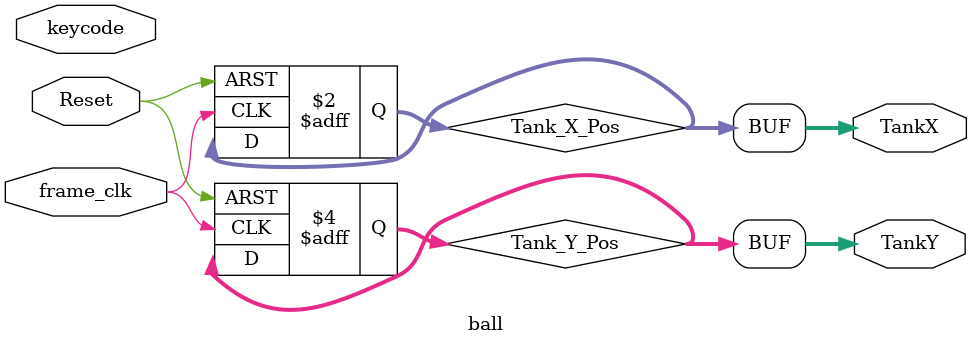
<source format=sv>


module  ball ( input Reset, frame_clk,
					input [7:0] keycode,
	      output [9:0]  TankX, TankY);
    
	logic [9:0] Tank_X_Pos, Tank_X_Motion, Tank_Y_Pos, Tank_Y_Motion;
	 
	//Psuedo Middle of the Bottom of the Screen (easy w)
	parameter [9:0] Tank_X_Int= 350;  // Leftmost position on the X axis upon reset (starting position essentially)
	parameter [9:0] Tank_Y_Int= 500;       // Topmost point on the Y axis upon reset
	parameter [9:0] Tank_X_Step=1;      // Step size on the X axis 
	parameter [9:0] Tank_Y_Step=1;      // Step size on the Y axis 
			//This step size thing is VERY subject to change, I don't like it at all. Hard to gage w/o movement
   
    always_ff @ (posedge Reset or posedge frame_clk )
    begin: Move_
        if (Reset)  // Asynchronous Reset
        begin 
            			Tank_Y_Motion <= 10'd0;
				Tank_X_Motion <= 10'd0;
				Tank_Y_Pos <= Tank_Y_Int;
				Tank_X_Pos <= Tank_X_Int;
        end
           
//         else 
//         begin 
// 				 if ( (Ball_Y_Pos + Ball_Size) >= Ball_Y_Max )  // Ball is at the bottom edge, BOUNCE!
// 					  Ball_Y_Motion <= (~ (Ball_Y_Step) + 1'b1);  // 2's complement.
					  
// 				 else if ( (Ball_Y_Pos - Ball_Size) <= Ball_Y_Min )  // Ball is at the top edge, BOUNCE!
// 					  Ball_Y_Motion <= Ball_Y_Step;
					  
// 				  else if ( (Ball_X_Pos + Ball_Size) >= Ball_X_Max )  // Ball is at the Right edge, BOUNCE!
// 					  Ball_X_Motion <= (~ (Ball_X_Step) + 1'b1);  // 2's complement.
					  
// 				 else if ( (Ball_X_Pos - Ball_Size) <= Ball_X_Min )  // Ball is at the Left edge, BOUNCE!
// 					  Ball_X_Motion <= Ball_X_Step;
					  
// 				 else 
// 					  Ball_Y_Motion <= Ball_Y_Motion;  // Ball is somewhere in the middle, don't bounce, just keep moving
					  
				 
// 				 case (keycode)
// 					8'h04 : begin

// 								Ball_X_Motion <= -1;//A
// 								Ball_Y_Motion<= 0;
// 							  end
					        
// 					8'h07 : begin
								
// 					        Ball_X_Motion <= 1;//D
// 							  Ball_Y_Motion <= 0;
// 							  end

							  
// 					8'h16 : begin

// 					        Ball_Y_Motion <= 1;//S
// 							  Ball_X_Motion <= 0;
// 							 end
							  
// 					8'h1A : begin
// 					        Ball_Y_Motion <= -1;//W
// 							  Ball_X_Motion <= 0;
// 							 end	  
// 					default: ;
// 			   endcase
				 
// 				 Ball_Y_Pos <= (Ball_Y_Pos + Ball_Y_Motion);  // Update ball position
// 				 Ball_X_Pos <= (Ball_X_Pos + Ball_X_Motion);

// 		end  
    end
       
    assign TankX = Tank_X_Pos;
   
    assign TankY = Tank_Y_Pos;   

endmodule

</source>
